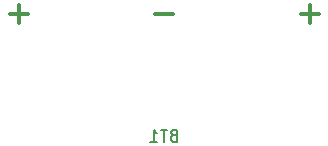
<source format=gbo>
G04 #@! TF.FileFunction,Legend,Bot*
%FSLAX46Y46*%
G04 Gerber Fmt 4.6, Leading zero omitted, Abs format (unit mm)*
G04 Created by KiCad (PCBNEW 4.0.6) date Tue Sep  5 19:33:10 2017*
%MOMM*%
%LPD*%
G01*
G04 APERTURE LIST*
%ADD10C,0.150000*%
%ADD11C,0.300000*%
G04 APERTURE END LIST*
D10*
X158855714Y-93628571D02*
X158712857Y-93676190D01*
X158665238Y-93723810D01*
X158617619Y-93819048D01*
X158617619Y-93961905D01*
X158665238Y-94057143D01*
X158712857Y-94104762D01*
X158808095Y-94152381D01*
X159189048Y-94152381D01*
X159189048Y-93152381D01*
X158855714Y-93152381D01*
X158760476Y-93200000D01*
X158712857Y-93247619D01*
X158665238Y-93342857D01*
X158665238Y-93438095D01*
X158712857Y-93533333D01*
X158760476Y-93580952D01*
X158855714Y-93628571D01*
X159189048Y-93628571D01*
X158331905Y-93152381D02*
X157760476Y-93152381D01*
X158046191Y-94152381D02*
X158046191Y-93152381D01*
X156903333Y-94152381D02*
X157474762Y-94152381D01*
X157189048Y-94152381D02*
X157189048Y-93152381D01*
X157284286Y-93295238D01*
X157379524Y-93390476D01*
X157474762Y-93438095D01*
D11*
X158831905Y-83342857D02*
X157308095Y-83342857D01*
X146501905Y-83342857D02*
X144978095Y-83342857D01*
X145740000Y-84104762D02*
X145740000Y-82580952D01*
X171161905Y-83342857D02*
X169638095Y-83342857D01*
X170400000Y-84104762D02*
X170400000Y-82580952D01*
M02*

</source>
